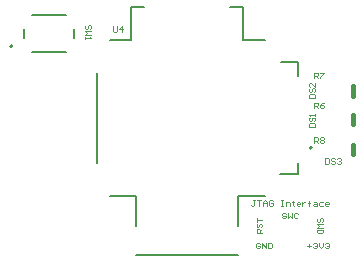
<source format=gto>
G04*
G04 #@! TF.GenerationSoftware,Altium Limited,DefaultClient, ()*
G04*
G04 Layer_Color=65535*
%FSLAX44Y44*%
%MOMM*%
G71*
G04*
G04 #@! TF.SameCoordinates,17B1D168-C64C-4368-B74A-C04FDEF24575*
G04*
G04*
G04 #@! TF.FilePolarity,Positive*
G04*
G01*
G75*
%ADD10C,0.2000*%
%ADD11C,0.1270*%
%ADD12C,0.4000*%
%ADD13C,0.1000*%
%ADD14C,0.0800*%
D10*
X-259820Y-11940D02*
G03*
X-259820Y-11940I-1000J0D01*
G01*
X-6126Y-97760D02*
G03*
X-6126Y-97760I-1000J0D01*
G01*
D11*
X-242885Y-17190D02*
X-214155D01*
X-242885Y14810D02*
X-214155D01*
X-249520Y-5055D02*
Y2675D01*
X-207520Y-5055D02*
Y2675D01*
X-17626Y-37260D02*
Y-25260D01*
X-32626D02*
X-17626D01*
X-33126Y-120260D02*
X-17626D01*
Y-110760D01*
X-68626Y-138510D02*
X-46126D01*
X-68626Y-164260D02*
Y-138510D01*
X-154626Y-188760D02*
X-68626D01*
X-154626Y-164260D02*
Y-138510D01*
X-177376D02*
X-154626D01*
X-64126Y-7010D02*
X-45876D01*
X-64126D02*
Y21240D01*
X-75126D02*
X-64126D01*
X-187626Y-110860D02*
Y-34660D01*
X-177376Y-7010D02*
X-159126D01*
Y21240D01*
X-148126D01*
D12*
X28450Y-103290D02*
Y-95290D01*
Y-77890D02*
Y-69890D01*
Y-53760D02*
Y-45760D01*
D13*
X-9929Y-180721D02*
X-6596D01*
X-8263Y-179055D02*
Y-182387D01*
X-4930Y-179055D02*
X-4097Y-178221D01*
X-2431D01*
X-1598Y-179055D01*
Y-179888D01*
X-2431Y-180721D01*
X-3264D01*
X-2431D01*
X-1598Y-181554D01*
Y-182387D01*
X-2431Y-183220D01*
X-4097D01*
X-4930Y-182387D01*
X68Y-178221D02*
Y-181554D01*
X1734Y-183220D01*
X3400Y-181554D01*
Y-178221D01*
X5066Y-179055D02*
X5900Y-178221D01*
X7566D01*
X8399Y-179055D01*
Y-179888D01*
X7566Y-180721D01*
X6733D01*
X7566D01*
X8399Y-181554D01*
Y-182387D01*
X7566Y-183220D01*
X5900D01*
X5066Y-182387D01*
X-49776Y-179055D02*
X-50609Y-178221D01*
X-52276D01*
X-53109Y-179055D01*
Y-182387D01*
X-52276Y-183220D01*
X-50609D01*
X-49776Y-182387D01*
Y-180721D01*
X-51443D01*
X-48110Y-183220D02*
Y-178221D01*
X-44778Y-183220D01*
Y-178221D01*
X-43112D02*
Y-183220D01*
X-40613D01*
X-39780Y-182387D01*
Y-179055D01*
X-40613Y-178221D01*
X-43112D01*
X-54088Y-142592D02*
X-55754D01*
X-54921D01*
Y-146757D01*
X-55754Y-147590D01*
X-56587D01*
X-57420Y-146757D01*
X-52422Y-142592D02*
X-49089D01*
X-50756D01*
Y-147590D01*
X-47423D02*
Y-144258D01*
X-45757Y-142592D01*
X-44091Y-144258D01*
Y-147590D01*
Y-145091D01*
X-47423D01*
X-39093Y-143425D02*
X-39926Y-142592D01*
X-41592D01*
X-42425Y-143425D01*
Y-146757D01*
X-41592Y-147590D01*
X-39926D01*
X-39093Y-146757D01*
Y-145091D01*
X-40759D01*
X-32428Y-142592D02*
X-30762D01*
X-31595D01*
Y-147590D01*
X-32428D01*
X-30762D01*
X-28263D02*
Y-144258D01*
X-25764D01*
X-24931Y-145091D01*
Y-147590D01*
X-22431Y-143425D02*
Y-144258D01*
X-23265D01*
X-21598D01*
X-22431D01*
Y-146757D01*
X-21598Y-147590D01*
X-16600D02*
X-18266D01*
X-19099Y-146757D01*
Y-145091D01*
X-18266Y-144258D01*
X-16600D01*
X-15767Y-145091D01*
Y-145924D01*
X-19099D01*
X-14101Y-144258D02*
Y-147590D01*
Y-145924D01*
X-13268Y-145091D01*
X-12435Y-144258D01*
X-11602D01*
X-8269Y-147590D02*
Y-143425D01*
Y-145091D01*
X-9102D01*
X-7436D01*
X-8269D01*
Y-143425D01*
X-7436Y-142592D01*
X-4104Y-144258D02*
X-2438D01*
X-1605Y-145091D01*
Y-147590D01*
X-4104D01*
X-4937Y-146757D01*
X-4104Y-145924D01*
X-1605D01*
X3393Y-144258D02*
X894D01*
X61Y-145091D01*
Y-146757D01*
X894Y-147590D01*
X3393D01*
X7559D02*
X5893D01*
X5060Y-146757D01*
Y-145091D01*
X5893Y-144258D01*
X7559D01*
X8392Y-145091D01*
Y-145924D01*
X5060D01*
X-28186Y-153654D02*
X-29019Y-152821D01*
X-30686D01*
X-31519Y-153654D01*
Y-154487D01*
X-30686Y-155321D01*
X-29019D01*
X-28186Y-156154D01*
Y-156987D01*
X-29019Y-157820D01*
X-30686D01*
X-31519Y-156987D01*
X-26520Y-152821D02*
Y-157820D01*
X-24854Y-156154D01*
X-23188Y-157820D01*
Y-152821D01*
X-18190Y-153654D02*
X-19023Y-152821D01*
X-20689D01*
X-21522Y-153654D01*
Y-156987D01*
X-20689Y-157820D01*
X-19023D01*
X-18190Y-156987D01*
X2625Y-160542D02*
X3458Y-159709D01*
Y-158043D01*
X2625Y-157210D01*
X1792D01*
X959Y-158043D01*
Y-159709D01*
X126Y-160542D01*
X-707D01*
X-1540Y-159709D01*
Y-158043D01*
X-707Y-157210D01*
X3458Y-162208D02*
X-1540D01*
X126Y-163874D01*
X-1540Y-165541D01*
X3458D01*
Y-167207D02*
X-1540D01*
Y-169706D01*
X-707Y-170539D01*
X2625D01*
X3458Y-169706D01*
Y-167207D01*
X-47990Y-170450D02*
X-52988D01*
Y-167951D01*
X-52155Y-167118D01*
X-50489D01*
X-49656Y-167951D01*
Y-170450D01*
Y-168784D02*
X-47990Y-167118D01*
X-52155Y-162119D02*
X-52988Y-162952D01*
Y-164619D01*
X-52155Y-165452D01*
X-51322D01*
X-50489Y-164619D01*
Y-162952D01*
X-49656Y-162119D01*
X-48823D01*
X-47990Y-162952D01*
Y-164619D01*
X-48823Y-165452D01*
X-52988Y-160453D02*
Y-157121D01*
Y-158787D01*
X-47990D01*
D14*
X-193914Y2499D02*
X-193081Y3332D01*
Y4998D01*
X-193914Y5831D01*
X-194747D01*
X-195580Y4998D01*
Y3332D01*
X-196413Y2499D01*
X-197246D01*
X-198079Y3332D01*
Y4998D01*
X-197246Y5831D01*
X-193081Y833D02*
X-198079D01*
X-196413Y-833D01*
X-198079Y-2499D01*
X-193081D01*
X-198079Y-4165D02*
Y-5831D01*
Y-4998D01*
X-193081D01*
X-193914Y-4165D01*
X-174265Y5119D02*
Y954D01*
X-173432Y121D01*
X-171766D01*
X-170933Y954D01*
Y5119D01*
X-166768Y121D02*
Y5119D01*
X-169267Y2620D01*
X-165935D01*
X-4165Y-93939D02*
Y-88941D01*
X-1666D01*
X-833Y-89774D01*
Y-91440D01*
X-1666Y-92273D01*
X-4165D01*
X-2499D02*
X-833Y-93939D01*
X833Y-89774D02*
X1666Y-88941D01*
X3332D01*
X4165Y-89774D01*
Y-90607D01*
X3332Y-91440D01*
X4165Y-92273D01*
Y-93106D01*
X3332Y-93939D01*
X1666D01*
X833Y-93106D01*
Y-92273D01*
X1666Y-91440D01*
X833Y-90607D01*
Y-89774D01*
X1666Y-91440D02*
X3332D01*
X-4085Y-39249D02*
Y-34251D01*
X-1586D01*
X-753Y-35084D01*
Y-36750D01*
X-1586Y-37583D01*
X-4085D01*
X-2419D02*
X-753Y-39249D01*
X913Y-34251D02*
X4245D01*
Y-35084D01*
X913Y-38416D01*
Y-39249D01*
X-4085Y-64649D02*
Y-59651D01*
X-1586D01*
X-753Y-60484D01*
Y-62150D01*
X-1586Y-62983D01*
X-4085D01*
X-2419D02*
X-753Y-64649D01*
X4245Y-59651D02*
X2579Y-60484D01*
X913Y-62150D01*
Y-63816D01*
X1746Y-64649D01*
X3412D01*
X4245Y-63816D01*
Y-62983D01*
X3412Y-62150D01*
X913D01*
X4845Y-106641D02*
Y-111639D01*
X7345D01*
X8178Y-110806D01*
Y-107474D01*
X7345Y-106641D01*
X4845D01*
X13176Y-107474D02*
X12343Y-106641D01*
X10677D01*
X9844Y-107474D01*
Y-108307D01*
X10677Y-109140D01*
X12343D01*
X13176Y-109973D01*
Y-110806D01*
X12343Y-111639D01*
X10677D01*
X9844Y-110806D01*
X14842Y-107474D02*
X15675Y-106641D01*
X17341D01*
X18175Y-107474D01*
Y-108307D01*
X17341Y-109140D01*
X16508D01*
X17341D01*
X18175Y-109973D01*
Y-110806D01*
X17341Y-111639D01*
X15675D01*
X14842Y-110806D01*
X-8769Y-56115D02*
X-3771D01*
Y-53615D01*
X-4604Y-52782D01*
X-7936D01*
X-8769Y-53615D01*
Y-56115D01*
X-7936Y-47784D02*
X-8769Y-48617D01*
Y-50283D01*
X-7936Y-51116D01*
X-7103D01*
X-6270Y-50283D01*
Y-48617D01*
X-5437Y-47784D01*
X-4604D01*
X-3771Y-48617D01*
Y-50283D01*
X-4604Y-51116D01*
X-3771Y-42786D02*
Y-46118D01*
X-7103Y-42786D01*
X-7936D01*
X-8769Y-43619D01*
Y-45285D01*
X-7936Y-46118D01*
X-8769Y-80681D02*
X-3771D01*
Y-78182D01*
X-4604Y-77349D01*
X-7936D01*
X-8769Y-78182D01*
Y-80681D01*
X-7936Y-72351D02*
X-8769Y-73184D01*
Y-74850D01*
X-7936Y-75683D01*
X-7103D01*
X-6270Y-74850D01*
Y-73184D01*
X-5437Y-72351D01*
X-4604D01*
X-3771Y-73184D01*
Y-74850D01*
X-4604Y-75683D01*
X-3771Y-70685D02*
Y-69019D01*
Y-69852D01*
X-8769D01*
X-7936Y-70685D01*
M02*

</source>
